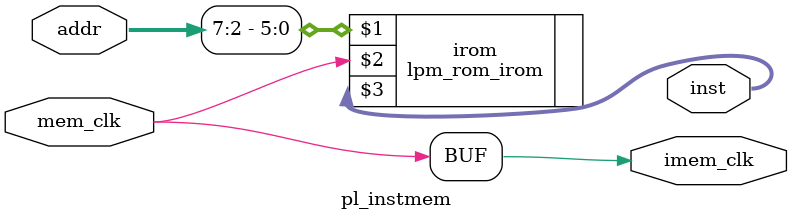
<source format=v>
module pl_instmem (addr,inst,mem_clk,imem_clk);
   input  [31:0] addr;
   input         mem_clk;
   output [31:0] inst;
   output        imem_clk;
   
   wire          imem_clk;

   assign  imem_clk=mem_clk;      
   
   lpm_rom_irom irom (addr[7:2],imem_clk,inst); 
   

endmodule 
</source>
